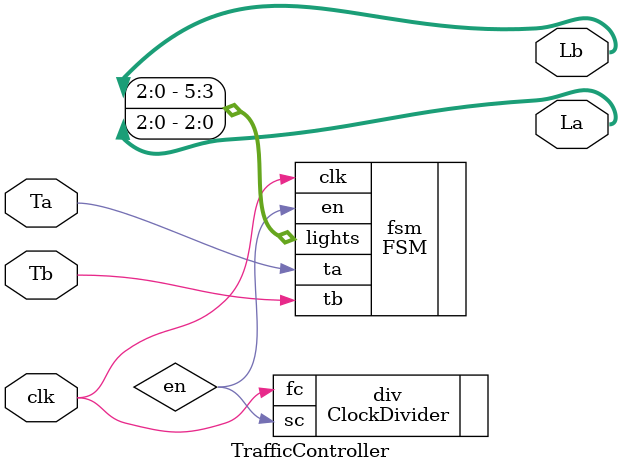
<source format=v>
module TrafficController(input wire Ta, Tb, clk, output wire [2:0] La, Lb);
	wire en;
	ClockDivider div(.fc(clk), .sc(en));
	FSM fsm(.clk(clk), .en(en), .ta(Ta), .tb(Tb), .lights({Lb, La}));
endmodule

</source>
